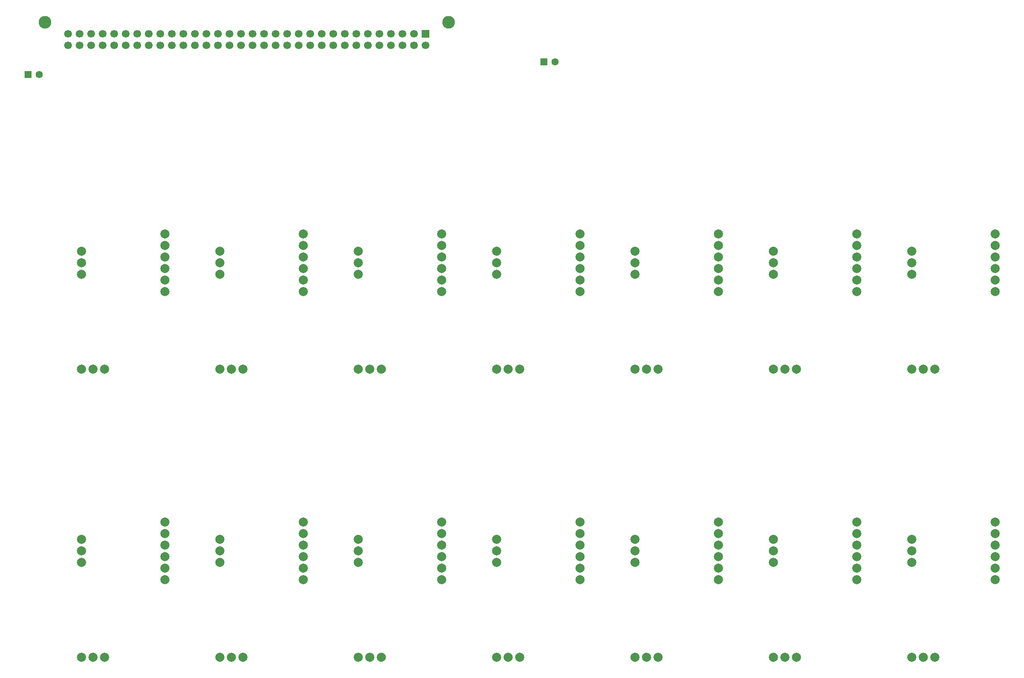
<source format=gbr>
G04 #@! TF.GenerationSoftware,KiCad,Pcbnew,(5.0.0)*
G04 #@! TF.CreationDate,2019-11-08T18:39:11+00:00*
G04 #@! TF.ProjectId,A-FO,412D464F2E6B696361645F7063620000,rev?*
G04 #@! TF.SameCoordinates,Original*
G04 #@! TF.FileFunction,Soldermask,Bot*
G04 #@! TF.FilePolarity,Negative*
%FSLAX46Y46*%
G04 Gerber Fmt 4.6, Leading zero omitted, Abs format (unit mm)*
G04 Created by KiCad (PCBNEW (5.0.0)) date 11/08/19 18:39:11*
%MOMM*%
%LPD*%
G01*
G04 APERTURE LIST*
%ADD10C,2.000000*%
%ADD11C,1.600000*%
%ADD12R,1.600000X1.600000*%
%ADD13C,2.800000*%
%ADD14C,1.700000*%
%ADD15R,1.700000X1.700000*%
G04 APERTURE END LIST*
D10*
G04 #@! TO.C,U4*
X133985000Y-142240000D03*
X133985000Y-144780000D03*
X133985000Y-147320000D03*
X152400000Y-138430000D03*
X152400000Y-140970000D03*
X152400000Y-143510000D03*
X152400000Y-146050000D03*
X152400000Y-148590000D03*
X152400000Y-151130000D03*
X139065000Y-168275000D03*
X136525000Y-168275000D03*
X133985000Y-168275000D03*
G04 #@! TD*
G04 #@! TO.C,U8*
X225425000Y-78740000D03*
X225425000Y-81280000D03*
X225425000Y-83820000D03*
X243840000Y-74930000D03*
X243840000Y-77470000D03*
X243840000Y-80010000D03*
X243840000Y-82550000D03*
X243840000Y-85090000D03*
X243840000Y-87630000D03*
X230505000Y-104775000D03*
X227965000Y-104775000D03*
X225425000Y-104775000D03*
G04 #@! TD*
G04 #@! TO.C,U1*
X225425000Y-142240000D03*
X225425000Y-144780000D03*
X225425000Y-147320000D03*
X243840000Y-138430000D03*
X243840000Y-140970000D03*
X243840000Y-143510000D03*
X243840000Y-146050000D03*
X243840000Y-148590000D03*
X243840000Y-151130000D03*
X230505000Y-168275000D03*
X227965000Y-168275000D03*
X225425000Y-168275000D03*
G04 #@! TD*
G04 #@! TO.C,U12*
X103505000Y-78740000D03*
X103505000Y-81280000D03*
X103505000Y-83820000D03*
X121920000Y-74930000D03*
X121920000Y-77470000D03*
X121920000Y-80010000D03*
X121920000Y-82550000D03*
X121920000Y-85090000D03*
X121920000Y-87630000D03*
X108585000Y-104775000D03*
X106045000Y-104775000D03*
X103505000Y-104775000D03*
G04 #@! TD*
G04 #@! TO.C,U11*
X133985000Y-78740000D03*
X133985000Y-81280000D03*
X133985000Y-83820000D03*
X152400000Y-74930000D03*
X152400000Y-77470000D03*
X152400000Y-80010000D03*
X152400000Y-82550000D03*
X152400000Y-85090000D03*
X152400000Y-87630000D03*
X139065000Y-104775000D03*
X136525000Y-104775000D03*
X133985000Y-104775000D03*
G04 #@! TD*
G04 #@! TO.C,U14*
X42545000Y-78740000D03*
X42545000Y-81280000D03*
X42545000Y-83820000D03*
X60960000Y-74930000D03*
X60960000Y-77470000D03*
X60960000Y-80010000D03*
X60960000Y-82550000D03*
X60960000Y-85090000D03*
X60960000Y-87630000D03*
X47625000Y-104775000D03*
X45085000Y-104775000D03*
X42545000Y-104775000D03*
G04 #@! TD*
G04 #@! TO.C,U13*
X73025000Y-78740000D03*
X73025000Y-81280000D03*
X73025000Y-83820000D03*
X91440000Y-74930000D03*
X91440000Y-77470000D03*
X91440000Y-80010000D03*
X91440000Y-82550000D03*
X91440000Y-85090000D03*
X91440000Y-87630000D03*
X78105000Y-104775000D03*
X75565000Y-104775000D03*
X73025000Y-104775000D03*
G04 #@! TD*
G04 #@! TO.C,U2*
X194945000Y-142240000D03*
X194945000Y-144780000D03*
X194945000Y-147320000D03*
X213360000Y-138430000D03*
X213360000Y-140970000D03*
X213360000Y-143510000D03*
X213360000Y-146050000D03*
X213360000Y-148590000D03*
X213360000Y-151130000D03*
X200025000Y-168275000D03*
X197485000Y-168275000D03*
X194945000Y-168275000D03*
G04 #@! TD*
G04 #@! TO.C,U3*
X164465000Y-142240000D03*
X164465000Y-144780000D03*
X164465000Y-147320000D03*
X182880000Y-138430000D03*
X182880000Y-140970000D03*
X182880000Y-143510000D03*
X182880000Y-146050000D03*
X182880000Y-148590000D03*
X182880000Y-151130000D03*
X169545000Y-168275000D03*
X167005000Y-168275000D03*
X164465000Y-168275000D03*
G04 #@! TD*
G04 #@! TO.C,U9*
X194945000Y-78740000D03*
X194945000Y-81280000D03*
X194945000Y-83820000D03*
X213360000Y-74930000D03*
X213360000Y-77470000D03*
X213360000Y-80010000D03*
X213360000Y-82550000D03*
X213360000Y-85090000D03*
X213360000Y-87630000D03*
X200025000Y-104775000D03*
X197485000Y-104775000D03*
X194945000Y-104775000D03*
G04 #@! TD*
G04 #@! TO.C,U10*
X164465000Y-78740000D03*
X164465000Y-81280000D03*
X164465000Y-83820000D03*
X182880000Y-74930000D03*
X182880000Y-77470000D03*
X182880000Y-80010000D03*
X182880000Y-82550000D03*
X182880000Y-85090000D03*
X182880000Y-87630000D03*
X169545000Y-104775000D03*
X167005000Y-104775000D03*
X164465000Y-104775000D03*
G04 #@! TD*
G04 #@! TO.C,U5*
X103505000Y-142240000D03*
X103505000Y-144780000D03*
X103505000Y-147320000D03*
X121920000Y-138430000D03*
X121920000Y-140970000D03*
X121920000Y-143510000D03*
X121920000Y-146050000D03*
X121920000Y-148590000D03*
X121920000Y-151130000D03*
X108585000Y-168275000D03*
X106045000Y-168275000D03*
X103505000Y-168275000D03*
G04 #@! TD*
G04 #@! TO.C,U6*
X73025000Y-142240000D03*
X73025000Y-144780000D03*
X73025000Y-147320000D03*
X91440000Y-138430000D03*
X91440000Y-140970000D03*
X91440000Y-143510000D03*
X91440000Y-146050000D03*
X91440000Y-148590000D03*
X91440000Y-151130000D03*
X78105000Y-168275000D03*
X75565000Y-168275000D03*
X73025000Y-168275000D03*
G04 #@! TD*
G04 #@! TO.C,U7*
X42545000Y-142240000D03*
X42545000Y-144780000D03*
X42545000Y-147320000D03*
X60960000Y-138430000D03*
X60960000Y-140970000D03*
X60960000Y-143510000D03*
X60960000Y-146050000D03*
X60960000Y-148590000D03*
X60960000Y-151130000D03*
X47625000Y-168275000D03*
X45085000Y-168275000D03*
X42545000Y-168275000D03*
G04 #@! TD*
D11*
G04 #@! TO.C,C1*
X146900000Y-37000000D03*
D12*
X144400000Y-37000000D03*
G04 #@! TD*
D11*
G04 #@! TO.C,C2*
X33300000Y-39800000D03*
D12*
X30800000Y-39800000D03*
G04 #@! TD*
D13*
G04 #@! TO.C,J1*
X34525000Y-28321000D03*
X123425000Y-28321000D03*
D14*
X39605000Y-33401000D03*
X39605000Y-30861000D03*
X42145000Y-33401000D03*
X42145000Y-30861000D03*
X44685000Y-33401000D03*
X44685000Y-30861000D03*
X47225000Y-33401000D03*
X47225000Y-30861000D03*
X49765000Y-33401000D03*
X49765000Y-30861000D03*
X52305000Y-33401000D03*
X52305000Y-30861000D03*
X54845000Y-33401000D03*
X54845000Y-30861000D03*
X57385000Y-33401000D03*
X57385000Y-30861000D03*
X59925000Y-33401000D03*
X59925000Y-30861000D03*
X62465000Y-33401000D03*
X62465000Y-30861000D03*
X65005000Y-33401000D03*
X65005000Y-30861000D03*
X67545000Y-33401000D03*
X67545000Y-30861000D03*
X70085000Y-33401000D03*
X70085000Y-30861000D03*
X72625000Y-33401000D03*
X72625000Y-30861000D03*
X75165000Y-33401000D03*
X75165000Y-30861000D03*
X77705000Y-33401000D03*
X77705000Y-30861000D03*
X80245000Y-33401000D03*
X80245000Y-30861000D03*
X82785000Y-33401000D03*
X82785000Y-30861000D03*
X85325000Y-33401000D03*
X85325000Y-30861000D03*
X87865000Y-33401000D03*
X87865000Y-30861000D03*
X90405000Y-33401000D03*
X90405000Y-30861000D03*
X92945000Y-33401000D03*
X92945000Y-30861000D03*
X95485000Y-33401000D03*
X95485000Y-30861000D03*
X98025000Y-33401000D03*
X98025000Y-30861000D03*
X100565000Y-33401000D03*
X100565000Y-30861000D03*
X103105000Y-33401000D03*
X103105000Y-30861000D03*
X105645000Y-33401000D03*
X105645000Y-30861000D03*
X108185000Y-33401000D03*
X108185000Y-30861000D03*
X110725000Y-33401000D03*
X110725000Y-30861000D03*
X113265000Y-33401000D03*
X113265000Y-30861000D03*
X115805000Y-33401000D03*
X115805000Y-30861000D03*
X118345000Y-33401000D03*
D15*
X118345000Y-30861000D03*
G04 #@! TD*
M02*

</source>
